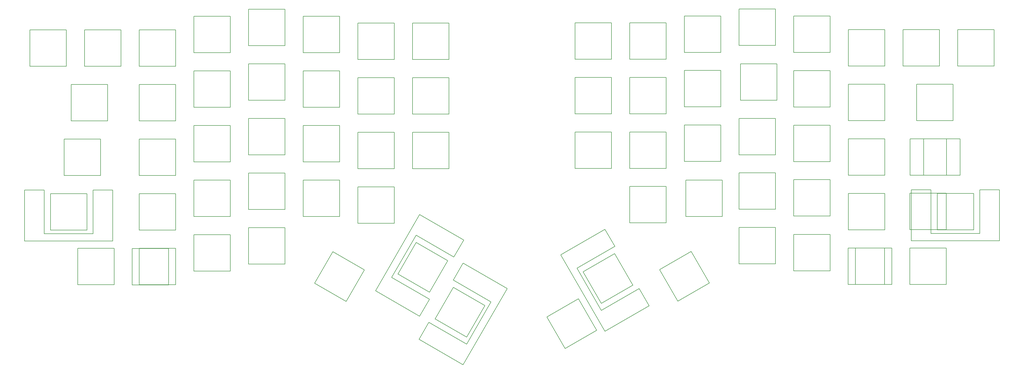
<source format=gbr>
G04 #@! TF.GenerationSoftware,KiCad,Pcbnew,(5.1.0)-1*
G04 #@! TF.CreationDate,2019-07-24T11:11:36-04:00*
G04 #@! TF.ProjectId,ogre,6f677265-2e6b-4696-9361-645f70636258,1.0*
G04 #@! TF.SameCoordinates,Original*
G04 #@! TF.FileFunction,Other,Comment*
%FSLAX46Y46*%
G04 Gerber Fmt 4.6, Leading zero omitted, Abs format (unit mm)*
G04 Created by KiCad (PCBNEW (5.1.0)-1) date 2019-07-24 11:11:36*
%MOMM*%
%LPD*%
G04 APERTURE LIST*
%ADD10C,0.152400*%
G04 APERTURE END LIST*
D10*
X242703000Y-81942000D02*
X242703000Y-69242000D01*
X255403000Y-81942000D02*
X242703000Y-81942000D01*
X255403000Y-69242000D02*
X255403000Y-81942000D01*
X242703000Y-69242000D02*
X255403000Y-69242000D01*
X48030000Y-65360000D02*
X48030000Y-52660000D01*
X60730000Y-65360000D02*
X48030000Y-65360000D01*
X60730000Y-52660000D02*
X60730000Y-65360000D01*
X48030000Y-52660000D02*
X60730000Y-52660000D01*
X340360000Y-84320000D02*
X340360000Y-71620000D01*
X353060000Y-84320000D02*
X340360000Y-84320000D01*
X353060000Y-71620000D02*
X353060000Y-84320000D01*
X340360000Y-71620000D02*
X353060000Y-71620000D01*
X167000000Y-62985000D02*
X167000000Y-50285000D01*
X179700000Y-62985000D02*
X167000000Y-62985000D01*
X179700000Y-50285000D02*
X179700000Y-62985000D01*
X167000000Y-50285000D02*
X179700000Y-50285000D01*
X45556000Y-84416000D02*
X45556000Y-71716000D01*
X58256000Y-84416000D02*
X45556000Y-84416000D01*
X58256000Y-71716000D02*
X58256000Y-84416000D01*
X45556000Y-71716000D02*
X58256000Y-71716000D01*
X200002318Y-123891788D02*
X184604386Y-115001788D01*
X184635318Y-150508212D02*
X200002318Y-123891788D01*
X169237386Y-141618212D02*
X184635318Y-150508212D01*
X172666386Y-135679010D02*
X169237386Y-141618212D01*
X185864614Y-143299010D02*
X172666386Y-135679010D01*
X194373614Y-128560990D02*
X185864614Y-143299010D01*
X181175386Y-120940990D02*
X194373614Y-128560990D01*
X184604386Y-115001788D02*
X181175386Y-120940990D01*
X185844261Y-140794261D02*
X174845739Y-134444261D01*
X192194261Y-129795739D02*
X185844261Y-140794261D01*
X181195739Y-123445739D02*
X192194261Y-129795739D01*
X174845739Y-134444261D02*
X181195739Y-123445739D01*
X154087682Y-124678212D02*
X169485614Y-133568212D01*
X169454682Y-98061788D02*
X154087682Y-124678212D01*
X184852614Y-106951788D02*
X169454682Y-98061788D01*
X181423614Y-112890990D02*
X184852614Y-106951788D01*
X168225386Y-105270990D02*
X181423614Y-112890990D01*
X159716386Y-120009010D02*
X168225386Y-105270990D01*
X172914614Y-127629010D02*
X159716386Y-120009010D01*
X169485614Y-133568212D02*
X172914614Y-127629010D01*
X168245739Y-107775739D02*
X179244261Y-114125739D01*
X161895739Y-118774261D02*
X168245739Y-107775739D01*
X172894261Y-125124261D02*
X161895739Y-118774261D01*
X179244261Y-114125739D02*
X172894261Y-125124261D01*
X90800000Y-41555000D02*
X90800000Y-28855000D01*
X103500000Y-41555000D02*
X90800000Y-41555000D01*
X103500000Y-28855000D02*
X103500000Y-41555000D01*
X90800000Y-28855000D02*
X103500000Y-28855000D01*
X71750000Y-46316000D02*
X71750000Y-33616000D01*
X84450000Y-46316000D02*
X71750000Y-46316000D01*
X84450000Y-33616000D02*
X84450000Y-46316000D01*
X71750000Y-33616000D02*
X84450000Y-33616000D01*
X52700000Y-46316000D02*
X52700000Y-33616000D01*
X65400000Y-46316000D02*
X52700000Y-46316000D01*
X65400000Y-33616000D02*
X65400000Y-46316000D01*
X52700000Y-33616000D02*
X65400000Y-33616000D01*
X33650000Y-46346000D02*
X33650000Y-33646000D01*
X46350000Y-46346000D02*
X33650000Y-46346000D01*
X46350000Y-33646000D02*
X46350000Y-46346000D01*
X33650000Y-33646000D02*
X46350000Y-33646000D01*
X69320000Y-122610000D02*
X69320000Y-109910000D01*
X82020000Y-122610000D02*
X69320000Y-122610000D01*
X82020000Y-109910000D02*
X82020000Y-122610000D01*
X69320000Y-109910000D02*
X82020000Y-109910000D01*
X321310000Y-122470000D02*
X321310000Y-109770000D01*
X334010000Y-122470000D02*
X321310000Y-122470000D01*
X334010000Y-109770000D02*
X334010000Y-122470000D01*
X321310000Y-109770000D02*
X334010000Y-109770000D01*
X340340000Y-103310000D02*
X340340000Y-90610000D01*
X353040000Y-103310000D02*
X340340000Y-103310000D01*
X353040000Y-90610000D02*
X353040000Y-103310000D01*
X340340000Y-90610000D02*
X353040000Y-90610000D01*
X357003000Y-46228000D02*
X357003000Y-33528000D01*
X369703000Y-46228000D02*
X357003000Y-46228000D01*
X369703000Y-33528000D02*
X369703000Y-46228000D01*
X357003000Y-33528000D02*
X369703000Y-33528000D01*
X371581000Y-107172000D02*
X371581000Y-89392000D01*
X340847000Y-107172000D02*
X371581000Y-107172000D01*
X340847000Y-89392000D02*
X340847000Y-107172000D01*
X347705000Y-89392000D02*
X340847000Y-89392000D01*
X347705000Y-104632000D02*
X347705000Y-89392000D01*
X364723000Y-104632000D02*
X347705000Y-104632000D01*
X364723000Y-89392000D02*
X364723000Y-104632000D01*
X371581000Y-89392000D02*
X364723000Y-89392000D01*
X349864000Y-103362000D02*
X349864000Y-90662000D01*
X362564000Y-103362000D02*
X349864000Y-103362000D01*
X362564000Y-90662000D02*
X362564000Y-103362000D01*
X349864000Y-90662000D02*
X362564000Y-90662000D01*
X318903000Y-103384000D02*
X318903000Y-90684000D01*
X331603000Y-103384000D02*
X318903000Y-103384000D01*
X331603000Y-90684000D02*
X331603000Y-103384000D01*
X318903000Y-90684000D02*
X331603000Y-90684000D01*
X71750000Y-103466000D02*
X71750000Y-90766000D01*
X84450000Y-103466000D02*
X71750000Y-103466000D01*
X84450000Y-90766000D02*
X84450000Y-103466000D01*
X71750000Y-90766000D02*
X84450000Y-90766000D01*
X62537000Y-107276000D02*
X62537000Y-89496000D01*
X31803000Y-107276000D02*
X62537000Y-107276000D01*
X31803000Y-89496000D02*
X31803000Y-107276000D01*
X38661000Y-89496000D02*
X31803000Y-89496000D01*
X38661000Y-104736000D02*
X38661000Y-89496000D01*
X55679000Y-104736000D02*
X38661000Y-104736000D01*
X55679000Y-89496000D02*
X55679000Y-104736000D01*
X62537000Y-89496000D02*
X55679000Y-89496000D01*
X40820000Y-103466000D02*
X40820000Y-90766000D01*
X53520000Y-103466000D02*
X40820000Y-103466000D01*
X53520000Y-90766000D02*
X53520000Y-103466000D01*
X40820000Y-90766000D02*
X53520000Y-90766000D01*
X109850000Y-39173000D02*
X109850000Y-26473000D01*
X122550000Y-39173000D02*
X109850000Y-39173000D01*
X122550000Y-26473000D02*
X122550000Y-39173000D01*
X109850000Y-26473000D02*
X122550000Y-26473000D01*
X128900000Y-41554000D02*
X128900000Y-28854000D01*
X141600000Y-41554000D02*
X128900000Y-41554000D01*
X141600000Y-28854000D02*
X141600000Y-41554000D01*
X128900000Y-28854000D02*
X141600000Y-28854000D01*
X147950000Y-43935000D02*
X147950000Y-31235000D01*
X160650000Y-43935000D02*
X147950000Y-43935000D01*
X160650000Y-31235000D02*
X160650000Y-43935000D01*
X147950000Y-31235000D02*
X160650000Y-31235000D01*
X167000000Y-43935000D02*
X167000000Y-31235000D01*
X179700000Y-43935000D02*
X167000000Y-43935000D01*
X179700000Y-31235000D02*
X179700000Y-43935000D01*
X167000000Y-31235000D02*
X179700000Y-31235000D01*
X223653000Y-43847000D02*
X223653000Y-31147000D01*
X236353000Y-43847000D02*
X223653000Y-43847000D01*
X236353000Y-31147000D02*
X236353000Y-43847000D01*
X223653000Y-31147000D02*
X236353000Y-31147000D01*
X242703000Y-43847000D02*
X242703000Y-31147000D01*
X255403000Y-43847000D02*
X242703000Y-43847000D01*
X255403000Y-31147000D02*
X255403000Y-43847000D01*
X242703000Y-31147000D02*
X255403000Y-31147000D01*
X261700000Y-41478000D02*
X261700000Y-28778000D01*
X274400000Y-41478000D02*
X261700000Y-41478000D01*
X274400000Y-28778000D02*
X274400000Y-41478000D01*
X261700000Y-28778000D02*
X274400000Y-28778000D01*
X280803000Y-39074000D02*
X280803000Y-26374000D01*
X293503000Y-39074000D02*
X280803000Y-39074000D01*
X293503000Y-26374000D02*
X293503000Y-39074000D01*
X280803000Y-26374000D02*
X293503000Y-26374000D01*
X299853000Y-41478000D02*
X299853000Y-28778000D01*
X312553000Y-41478000D02*
X299853000Y-41478000D01*
X312553000Y-28778000D02*
X312553000Y-41478000D01*
X299853000Y-28778000D02*
X312553000Y-28778000D01*
X318903000Y-46228000D02*
X318903000Y-33528000D01*
X331603000Y-46228000D02*
X318903000Y-46228000D01*
X331603000Y-33528000D02*
X331603000Y-46228000D01*
X318903000Y-33528000D02*
X331603000Y-33528000D01*
X337953000Y-46228000D02*
X337953000Y-33528000D01*
X350653000Y-46228000D02*
X337953000Y-46228000D01*
X350653000Y-33528000D02*
X350653000Y-46228000D01*
X337953000Y-33528000D02*
X350653000Y-33528000D01*
X71750000Y-65366000D02*
X71750000Y-52666000D01*
X84450000Y-65366000D02*
X71750000Y-65366000D01*
X84450000Y-52666000D02*
X84450000Y-65366000D01*
X71750000Y-52666000D02*
X84450000Y-52666000D01*
X90800000Y-60604000D02*
X90800000Y-47904000D01*
X103500000Y-60604000D02*
X90800000Y-60604000D01*
X103500000Y-47904000D02*
X103500000Y-60604000D01*
X90800000Y-47904000D02*
X103500000Y-47904000D01*
X109850000Y-58223000D02*
X109850000Y-45523000D01*
X122550000Y-58223000D02*
X109850000Y-58223000D01*
X122550000Y-45523000D02*
X122550000Y-58223000D01*
X109850000Y-45523000D02*
X122550000Y-45523000D01*
X128900000Y-60604000D02*
X128900000Y-47904000D01*
X141600000Y-60604000D02*
X128900000Y-60604000D01*
X141600000Y-47904000D02*
X141600000Y-60604000D01*
X128900000Y-47904000D02*
X141600000Y-47904000D01*
X147950000Y-62985000D02*
X147950000Y-50285000D01*
X160650000Y-62985000D02*
X147950000Y-62985000D01*
X160650000Y-50285000D02*
X160650000Y-62985000D01*
X147950000Y-50285000D02*
X160650000Y-50285000D01*
X223653000Y-62905000D02*
X223653000Y-50205000D01*
X236353000Y-62905000D02*
X223653000Y-62905000D01*
X236353000Y-50205000D02*
X236353000Y-62905000D01*
X223653000Y-50205000D02*
X236353000Y-50205000D01*
X242703000Y-62894000D02*
X242703000Y-50194000D01*
X255403000Y-62894000D02*
X242703000Y-62894000D01*
X255403000Y-50194000D02*
X255403000Y-62894000D01*
X242703000Y-50194000D02*
X255403000Y-50194000D01*
X261753000Y-60513000D02*
X261753000Y-47813000D01*
X274453000Y-60513000D02*
X261753000Y-60513000D01*
X274453000Y-47813000D02*
X274453000Y-60513000D01*
X261753000Y-47813000D02*
X274453000Y-47813000D01*
X281300000Y-58223000D02*
X281300000Y-45523000D01*
X294000000Y-58223000D02*
X281300000Y-58223000D01*
X294000000Y-45523000D02*
X294000000Y-58223000D01*
X281300000Y-45523000D02*
X294000000Y-45523000D01*
X299853000Y-60524000D02*
X299853000Y-47824000D01*
X312553000Y-60524000D02*
X299853000Y-60524000D01*
X312553000Y-47824000D02*
X312553000Y-60524000D01*
X299853000Y-47824000D02*
X312553000Y-47824000D01*
X318903000Y-65290000D02*
X318903000Y-52590000D01*
X331603000Y-65290000D02*
X318903000Y-65290000D01*
X331603000Y-52590000D02*
X331603000Y-65290000D01*
X318903000Y-52590000D02*
X331603000Y-52590000D01*
X342716000Y-65275000D02*
X342716000Y-52575000D01*
X355416000Y-65275000D02*
X342716000Y-65275000D01*
X355416000Y-52575000D02*
X355416000Y-65275000D01*
X342716000Y-52575000D02*
X355416000Y-52575000D01*
X71750000Y-84416000D02*
X71750000Y-71716000D01*
X84450000Y-84416000D02*
X71750000Y-84416000D01*
X84450000Y-71716000D02*
X84450000Y-84416000D01*
X71750000Y-71716000D02*
X84450000Y-71716000D01*
X90800000Y-79654000D02*
X90800000Y-66954000D01*
X103500000Y-79654000D02*
X90800000Y-79654000D01*
X103500000Y-66954000D02*
X103500000Y-79654000D01*
X90800000Y-66954000D02*
X103500000Y-66954000D01*
X109850000Y-77273000D02*
X109850000Y-64573000D01*
X122550000Y-77273000D02*
X109850000Y-77273000D01*
X122550000Y-64573000D02*
X122550000Y-77273000D01*
X109850000Y-64573000D02*
X122550000Y-64573000D01*
X128900000Y-79654000D02*
X128900000Y-66954000D01*
X141600000Y-79654000D02*
X128900000Y-79654000D01*
X141600000Y-66954000D02*
X141600000Y-79654000D01*
X128900000Y-66954000D02*
X141600000Y-66954000D01*
X147950000Y-82035000D02*
X147950000Y-69335000D01*
X160650000Y-82035000D02*
X147950000Y-82035000D01*
X160650000Y-69335000D02*
X160650000Y-82035000D01*
X147950000Y-69335000D02*
X160650000Y-69335000D01*
X167000000Y-82035000D02*
X167000000Y-69335000D01*
X179700000Y-82035000D02*
X167000000Y-82035000D01*
X179700000Y-69335000D02*
X179700000Y-82035000D01*
X167000000Y-69335000D02*
X179700000Y-69335000D01*
X223653000Y-81950000D02*
X223653000Y-69250000D01*
X236353000Y-81950000D02*
X223653000Y-81950000D01*
X236353000Y-69250000D02*
X236353000Y-81950000D01*
X223653000Y-69250000D02*
X236353000Y-69250000D01*
X261753000Y-79561000D02*
X261753000Y-66861000D01*
X274453000Y-79561000D02*
X261753000Y-79561000D01*
X274453000Y-66861000D02*
X274453000Y-79561000D01*
X261753000Y-66861000D02*
X274453000Y-66861000D01*
X280803000Y-77199000D02*
X280803000Y-64499000D01*
X293503000Y-77199000D02*
X280803000Y-77199000D01*
X293503000Y-64499000D02*
X293503000Y-77199000D01*
X280803000Y-64499000D02*
X293503000Y-64499000D01*
X299853000Y-79567000D02*
X299853000Y-66867000D01*
X312553000Y-79567000D02*
X299853000Y-79567000D01*
X312553000Y-66867000D02*
X312553000Y-79567000D01*
X299853000Y-66867000D02*
X312553000Y-66867000D01*
X318903000Y-84328000D02*
X318903000Y-71628000D01*
X331603000Y-84328000D02*
X318903000Y-84328000D01*
X331603000Y-71628000D02*
X331603000Y-84328000D01*
X318903000Y-71628000D02*
X331603000Y-71628000D01*
X345097000Y-84320000D02*
X345097000Y-71620000D01*
X357797000Y-84320000D02*
X345097000Y-84320000D01*
X357797000Y-71620000D02*
X357797000Y-84320000D01*
X345097000Y-71620000D02*
X357797000Y-71620000D01*
X90800000Y-98704000D02*
X90800000Y-86004000D01*
X103500000Y-98704000D02*
X90800000Y-98704000D01*
X103500000Y-86004000D02*
X103500000Y-98704000D01*
X90800000Y-86004000D02*
X103500000Y-86004000D01*
X109850000Y-96323000D02*
X109850000Y-83623000D01*
X122550000Y-96323000D02*
X109850000Y-96323000D01*
X122550000Y-83623000D02*
X122550000Y-96323000D01*
X109850000Y-83623000D02*
X122550000Y-83623000D01*
X128900000Y-98704000D02*
X128900000Y-86004000D01*
X141600000Y-98704000D02*
X128900000Y-98704000D01*
X141600000Y-86004000D02*
X141600000Y-98704000D01*
X128900000Y-86004000D02*
X141600000Y-86004000D01*
X147950000Y-101085000D02*
X147950000Y-88385000D01*
X160650000Y-101085000D02*
X147950000Y-101085000D01*
X160650000Y-88385000D02*
X160650000Y-101085000D01*
X147950000Y-88385000D02*
X160650000Y-88385000D01*
X242703000Y-100966000D02*
X242703000Y-88266000D01*
X255403000Y-100966000D02*
X242703000Y-100966000D01*
X255403000Y-88266000D02*
X255403000Y-100966000D01*
X242703000Y-88266000D02*
X255403000Y-88266000D01*
X262250000Y-98704000D02*
X262250000Y-86004000D01*
X274950000Y-98704000D02*
X262250000Y-98704000D01*
X274950000Y-86004000D02*
X274950000Y-98704000D01*
X262250000Y-86004000D02*
X274950000Y-86004000D01*
X280803000Y-96228000D02*
X280803000Y-83528000D01*
X293503000Y-96228000D02*
X280803000Y-96228000D01*
X293503000Y-83528000D02*
X293503000Y-96228000D01*
X280803000Y-83528000D02*
X293503000Y-83528000D01*
X299853000Y-98610000D02*
X299853000Y-85910000D01*
X312553000Y-98610000D02*
X299853000Y-98610000D01*
X312553000Y-85910000D02*
X312553000Y-98610000D01*
X299853000Y-85910000D02*
X312553000Y-85910000D01*
X50318000Y-122516000D02*
X50318000Y-109816000D01*
X63018000Y-122516000D02*
X50318000Y-122516000D01*
X63018000Y-109816000D02*
X63018000Y-122516000D01*
X50318000Y-109816000D02*
X63018000Y-109816000D01*
X71750000Y-122516000D02*
X71750000Y-109816000D01*
X84450000Y-122516000D02*
X71750000Y-122516000D01*
X84450000Y-109816000D02*
X84450000Y-122516000D01*
X71750000Y-109816000D02*
X84450000Y-109816000D01*
X90800000Y-117754000D02*
X90800000Y-105054000D01*
X103500000Y-117754000D02*
X90800000Y-117754000D01*
X103500000Y-105054000D02*
X103500000Y-117754000D01*
X90800000Y-105054000D02*
X103500000Y-105054000D01*
X109850000Y-115373000D02*
X109850000Y-102673000D01*
X122550000Y-115373000D02*
X109850000Y-115373000D01*
X122550000Y-102673000D02*
X122550000Y-115373000D01*
X109850000Y-102673000D02*
X122550000Y-102673000D01*
X132905739Y-122044261D02*
X139255739Y-111045739D01*
X143904261Y-128394261D02*
X132905739Y-122044261D01*
X150254261Y-117395739D02*
X143904261Y-128394261D01*
X139255739Y-111045739D02*
X150254261Y-117395739D01*
X213815739Y-133825739D02*
X224814261Y-127475739D01*
X220165739Y-144824261D02*
X213815739Y-133825739D01*
X231164261Y-138474261D02*
X220165739Y-144824261D01*
X224814261Y-127475739D02*
X231164261Y-138474261D01*
X234024682Y-138758212D02*
X249422614Y-129868212D01*
X218657682Y-112141788D02*
X234024682Y-138758212D01*
X234055614Y-103251788D02*
X218657682Y-112141788D01*
X237484614Y-109190990D02*
X234055614Y-103251788D01*
X224286386Y-116810990D02*
X237484614Y-109190990D01*
X232795386Y-131549010D02*
X224286386Y-116810990D01*
X245993614Y-123929010D02*
X232795386Y-131549010D01*
X249422614Y-129868212D02*
X245993614Y-123929010D01*
X226465739Y-118045739D02*
X237464261Y-111695739D01*
X232815739Y-129044261D02*
X226465739Y-118045739D01*
X243814261Y-122694261D02*
X232815739Y-129044261D01*
X237464261Y-111695739D02*
X243814261Y-122694261D01*
X259455739Y-128254261D02*
X253105739Y-117255739D01*
X270454261Y-121904261D02*
X259455739Y-128254261D01*
X264104261Y-110905739D02*
X270454261Y-121904261D01*
X253105739Y-117255739D02*
X264104261Y-110905739D01*
X280803000Y-115281000D02*
X280803000Y-102581000D01*
X293503000Y-115281000D02*
X280803000Y-115281000D01*
X293503000Y-102581000D02*
X293503000Y-115281000D01*
X280803000Y-102581000D02*
X293503000Y-102581000D01*
X299853000Y-117674000D02*
X299853000Y-104974000D01*
X312553000Y-117674000D02*
X299853000Y-117674000D01*
X312553000Y-104974000D02*
X312553000Y-117674000D01*
X299853000Y-104974000D02*
X312553000Y-104974000D01*
X318834000Y-122425000D02*
X318834000Y-109725000D01*
X331534000Y-122425000D02*
X318834000Y-122425000D01*
X331534000Y-109725000D02*
X331534000Y-122425000D01*
X318834000Y-109725000D02*
X331534000Y-109725000D01*
X340335000Y-122440000D02*
X340335000Y-109740000D01*
X353035000Y-122440000D02*
X340335000Y-122440000D01*
X353035000Y-109740000D02*
X353035000Y-122440000D01*
X340335000Y-109740000D02*
X353035000Y-109740000D01*
M02*

</source>
